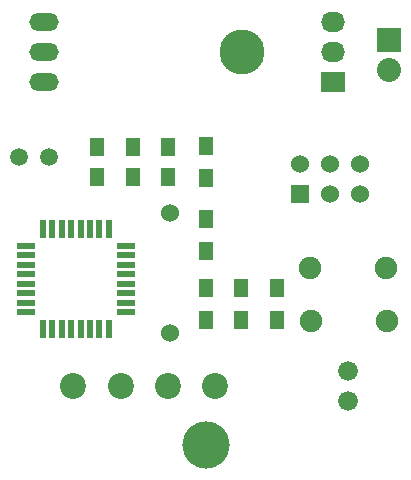
<source format=gbr>
G04 #@! TF.GenerationSoftware,KiCad,Pcbnew,(2017-09-19 revision dddaa7e69)-makepkg*
G04 #@! TF.CreationDate,2017-11-10T01:58:25+01:00*
G04 #@! TF.ProjectId,RICOH_SP112_TONER_CHIP_RESETTER,5249434F485F53503131325F544F4E45,1*
G04 #@! TF.SameCoordinates,Original*
G04 #@! TF.FileFunction,Soldermask,Top*
G04 #@! TF.FilePolarity,Negative*
%FSLAX46Y46*%
G04 Gerber Fmt 4.6, Leading zero omitted, Abs format (unit mm)*
G04 Created by KiCad (PCBNEW (2017-09-19 revision dddaa7e69)-makepkg) date 11/10/17 01:58:25*
%MOMM*%
%LPD*%
G01*
G04 APERTURE LIST*
%ADD10C,1.905000*%
%ADD11C,1.501140*%
%ADD12R,1.524000X1.524000*%
%ADD13C,1.524000*%
%ADD14C,1.676400*%
%ADD15R,1.600000X0.550000*%
%ADD16R,0.550000X1.600000*%
%ADD17R,2.032000X2.032000*%
%ADD18O,2.032000X2.032000*%
%ADD19R,2.032000X1.727200*%
%ADD20O,2.032000X1.727200*%
%ADD21O,2.499360X1.501140*%
%ADD22C,3.799840*%
%ADD23R,1.250000X1.500000*%
%ADD24R,1.300000X1.500000*%
%ADD25C,4.000000*%
%ADD26C,2.200000*%
G04 APERTURE END LIST*
D10*
X167498660Y-107752100D03*
X161052140Y-107752100D03*
X167549460Y-112247900D03*
X161100400Y-112247900D03*
D11*
X136360000Y-98400000D03*
X138900000Y-98400000D03*
D12*
X160210000Y-101520000D03*
D13*
X160210000Y-98980000D03*
X162750000Y-101520000D03*
X162750000Y-98980000D03*
X165290000Y-101520000D03*
X165290000Y-98980000D03*
D14*
X164250000Y-119020000D03*
X164250000Y-116480000D03*
D15*
X145450000Y-111500000D03*
X145450000Y-110700000D03*
X145450000Y-109900000D03*
X145450000Y-109100000D03*
X145450000Y-108300000D03*
X145450000Y-107500000D03*
X145450000Y-106700000D03*
X145450000Y-105900000D03*
D16*
X144000000Y-104450000D03*
X143200000Y-104450000D03*
X142400000Y-104450000D03*
X141600000Y-104450000D03*
X140800000Y-104450000D03*
X140000000Y-104450000D03*
X139200000Y-104450000D03*
X138400000Y-104450000D03*
D15*
X136950000Y-105900000D03*
X136950000Y-106700000D03*
X136950000Y-107500000D03*
X136950000Y-108300000D03*
X136950000Y-109100000D03*
X136950000Y-109900000D03*
X136950000Y-110700000D03*
X136950000Y-111500000D03*
D16*
X138400000Y-112950000D03*
X139200000Y-112950000D03*
X140000000Y-112950000D03*
X140800000Y-112950000D03*
X141600000Y-112950000D03*
X142400000Y-112950000D03*
X143200000Y-112950000D03*
X144000000Y-112950000D03*
D13*
X149200000Y-113280000D03*
X149200000Y-103120000D03*
D17*
X167750000Y-88500000D03*
D18*
X167750000Y-91040000D03*
D19*
X163000000Y-92000000D03*
D20*
X163000000Y-89460000D03*
X163000000Y-86920000D03*
D21*
X138500000Y-89500000D03*
X138500000Y-86960000D03*
X138500000Y-92040000D03*
D22*
X155264000Y-89500000D03*
D23*
X146000000Y-100050000D03*
X146000000Y-97550000D03*
X149000000Y-100050000D03*
X149000000Y-97550000D03*
X143000000Y-100050000D03*
X143000000Y-97550000D03*
D24*
X155200000Y-112150000D03*
X155200000Y-109450000D03*
X152200000Y-109450000D03*
X152200000Y-112150000D03*
X158200000Y-112150000D03*
X158200000Y-109450000D03*
X152200000Y-100150000D03*
X152200000Y-97450000D03*
X152200000Y-106350000D03*
X152200000Y-103650000D03*
D25*
X152250000Y-122750000D03*
D26*
X141000000Y-117750000D03*
X145000000Y-117750000D03*
X149000000Y-117750000D03*
X153000000Y-117750000D03*
M02*

</source>
